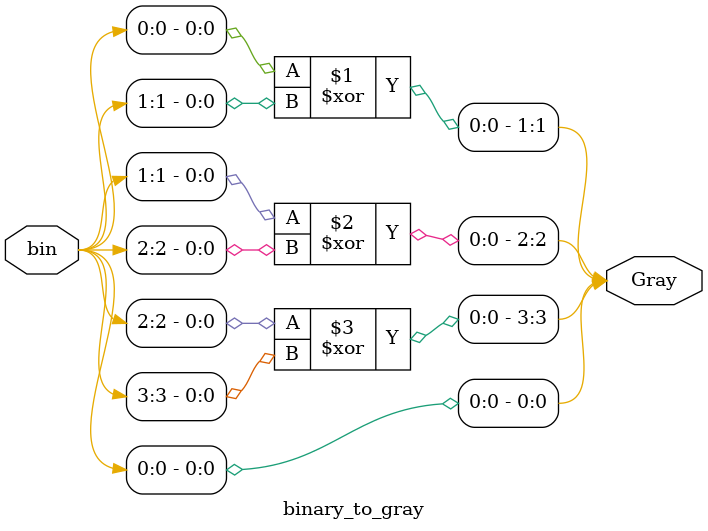
<source format=v>
`timescale 1ns / 1ps


module binary_to_gray(input [0:3] bin, output [0:3] Gray);
    
assign Gray[0] = bin[0];
assign Gray[1] = bin[0] ^ bin[1];
assign Gray[2] = bin[1] ^ bin[2];
assign Gray[3] = bin[2] ^ bin[3];

endmodule

</source>
